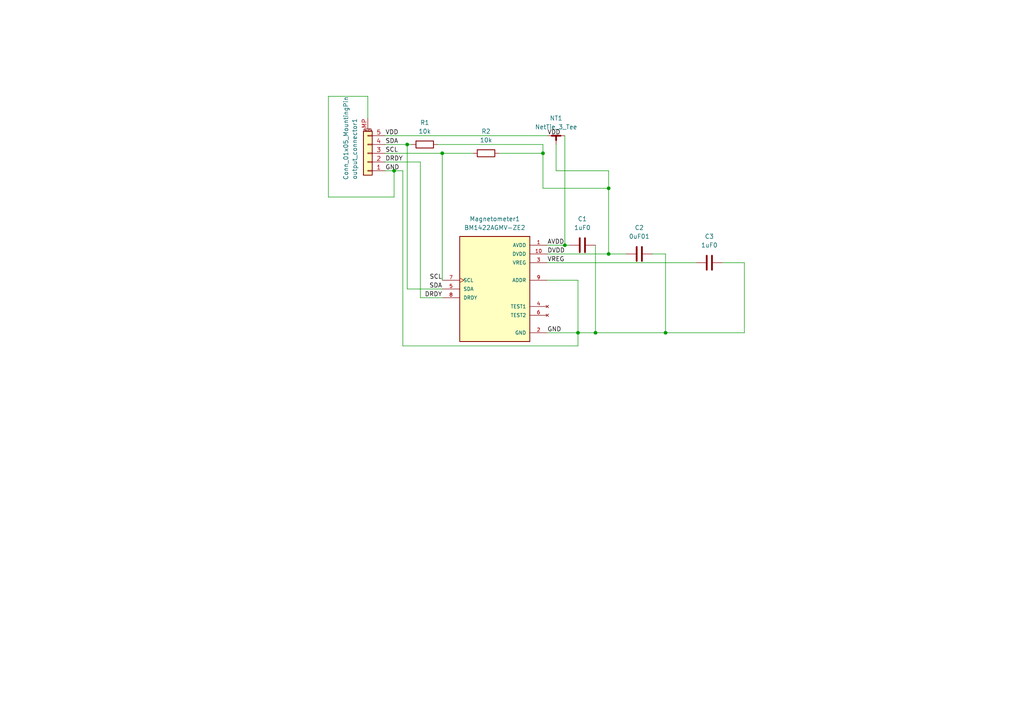
<source format=kicad_sch>
(kicad_sch (version 20211123) (generator eeschema)
  (paper "A4")
  (lib_symbols
    (symbol "BM1422AGMV-ZE2:BM1422AGMV-ZE2" (pin_names (offset 1.016))
      (property "Reference" "U" (at -10.16 17.78 0))
      (property "Value" "BM1422AGMV-ZE2" (at -10.16 -17.78 0))
      (symbol "BM1422AGMV-ZE2_0_0"
        (rectangle (start -10.16 -15.24) (end 10.16 15.24) (stroke (width 0.254)) (fill (type background)))
        (pin power_in line (at 15.24 12.7 180) (length 5.08) (name "AVDD") (number "1"))
        (pin power_in line (at 15.24 10.16 180) (length 5.08) (name "DVDD") (number "10"))
        (pin power_in line (at 15.24 -12.7 180) (length 5.08) (name "GND") (number "2"))
        (pin power_in line (at 15.24 7.62 180) (length 5.08) (name "VREG") (number "3"))
        (pin no_connect line (at 15.24 -5.08 180) (length 5.08) (name "TEST1") (number "4"))
        (pin bidirectional line (at -15.24 0 0) (length 5.08) (name "SDA") (number "5"))
        (pin no_connect line (at 15.24 -7.62 180) (length 5.08) (name "TEST2") (number "6"))
        (pin input clock (at -15.24 2.54 0) (length 5.08) (name "SCL") (number "7"))
        (pin output line (at -15.24 -2.54 0) (length 5.08) (name "DRDY") (number "8"))
        (pin bidirectional line (at 15.24 2.54 180) (length 5.08) (name "ADDR") (number "9"))
      )
    )
    (symbol "Connector_Generic_MountingPin:Conn_01x05_MountingPin" (pin_names (offset 1.016) hide)
      (property "Reference" "J" (at 0 7.62 0))
      (property "Value" "Conn_01x05_MountingPin" (at 1.27 -7.62 0))
      (symbol "Conn_01x05_MountingPin_1_1"
        (rectangle (start -1.27 -4.953) (end 0 -5.207) (stroke (width 0.1524)))
        (rectangle (start -1.27 -2.413) (end 0 -2.667) (stroke (width 0.1524)))
        (rectangle (start -1.27 0.127) (end 0 -0.127) (stroke (width 0.1524)))
        (rectangle (start -1.27 2.667) (end 0 2.413) (stroke (width 0.1524)))
        (rectangle (start -1.27 5.207) (end 0 4.953) (stroke (width 0.1524)))
        (rectangle (start -1.27 6.35) (end 1.27 -6.35) (stroke (width 0.254)) (fill (type background)))
        (polyline (pts (xy -1.016 -7.112) (xy 1.016 -7.112)) (stroke (width 0.1524)))
        (text "Mounting" (at 0 -6.731 0) (effects (font (size 0.381 0.381))))
        (pin passive line (at -5.08 5.08 0) (length 3.81) (name "Pin_1") (number "1"))
        (pin passive line (at -5.08 2.54 0) (length 3.81) (name "Pin_2") (number "2"))
        (pin passive line (at -5.08 0 0) (length 3.81) (name "Pin_3") (number "3"))
        (pin passive line (at -5.08 -2.54 0) (length 3.81) (name "Pin_4") (number "4"))
        (pin passive line (at -5.08 -5.08 0) (length 3.81) (name "Pin_5") (number "5"))
        (pin passive line (at 0 -10.16 90) (length 3.048) (name "MountPin") (number "MP"))
      )
    )
    (symbol "Device:C" (pin_numbers hide) (pin_names (offset 0.254))
      (property "Reference" "C" (at 0.635 2.54 0))
      (property "Value" "C" (at 0.635 -2.54 0))
      (symbol "C_0_1"
        (polyline (pts (xy -2.032 -0.762) (xy 2.032 -0.762)) (stroke (width 0.508)))
        (polyline (pts (xy -2.032 0.762) (xy 2.032 0.762)) (stroke (width 0.508)))
      )
      (symbol "C_1_1"
        (pin passive line (at 0 3.81 270) (length 2.794) (name "~") (number "1"))
        (pin passive line (at 0 -3.81 90) (length 2.794) (name "~") (number "2"))
      )
    )
    (symbol "Device:NetTie_3_Tee" (pin_numbers hide) (pin_names (offset 0) hide)
      (property "Reference" "NT" (at 0 3.175 0))
      (property "Value" "NetTie_3_Tee" (at 0 1.27 0))
      (symbol "NetTie_3_Tee_0_1"
        (polyline (pts (xy -1.27 0) (xy 1.27 0)) (stroke (width 0.254)))
        (polyline (pts (xy -1.27 0) (xy 1.27 0)) (stroke (width 0.508)))
        (polyline (pts (xy 0 -2.54) (xy 0 -2.54)) (stroke (width 0.254)))
        (polyline (pts (xy 0 -1.27) (xy 0 0)) (stroke (width 0.508)))
      )
      (symbol "NetTie_3_Tee_1_1"
        (pin passive line (at -2.54 0 0) (length 2.54) (name "1") (number "1"))
        (pin passive line (at 2.54 0 180) (length 2.54) (name "2") (number "2"))
        (pin passive line (at 0 -2.54 90) (length 2.54) (name "3") (number "3"))
      )
    )
    (symbol "Device:R" (pin_numbers hide) (pin_names (offset 0))
      (property "Reference" "R" (at 2.032 0 90))
      (property "Value" "R" (at 0 0 90))
      (symbol "R_0_1"
        (rectangle (start -1.016 -2.54) (end 1.016 2.54) (stroke (width 0.254)))
      )
      (symbol "R_1_1"
        (pin passive line (at 0 3.81 270) (length 1.27) (name "~") (number "1"))
        (pin passive line (at 0 -3.81 90) (length 1.27) (name "~") (number "2"))
      )
    )
  )
  (junction (at 172.72 96.52))
  (junction (at 193.04 96.52))
  (junction (at 167.64 96.52))
  (junction (at 157.48 44.45))
  (junction (at 118.11 41.91))
  (junction (at 114.3 49.53))
  (junction (at 176.53 73.66))
  (junction (at 163.83 71.12))
  (junction (at 128.27 44.45))
  (junction (at 176.53 54.61))
  (wire (pts (xy 157.48 44.45) (xy 157.48 54.61)))
  (wire (pts (xy 111.76 39.37) (xy 158.75 39.37)))
  (wire (pts (xy 118.11 41.91) (xy 118.11 83.82)))
  (wire (pts (xy 161.29 49.53) (xy 176.53 49.53)))
  (wire (pts (xy 163.83 39.37) (xy 163.83 71.12)))
  (wire (pts (xy 215.9 76.2) (xy 215.9 96.52)))
  (wire (pts (xy 158.75 73.66) (xy 176.53 73.66)))
  (wire (pts (xy 118.11 83.82) (xy 128.27 83.82)))
  (wire (pts (xy 106.68 27.94) (xy 95.25 27.94)))
  (wire (pts (xy 114.3 57.15) (xy 114.3 49.53)))
  (wire (pts (xy 189.23 73.66) (xy 193.04 73.66)))
  (wire (pts (xy 193.04 96.52) (xy 215.9 96.52)))
  (wire (pts (xy 127 41.91) (xy 157.48 41.91)))
  (wire (pts (xy 158.75 71.12) (xy 163.83 71.12)))
  (wire (pts (xy 116.84 49.53) (xy 116.84 100.33)))
  (wire (pts (xy 158.75 76.2) (xy 201.93 76.2)))
  (wire (pts (xy 118.11 41.91) (xy 119.38 41.91)))
  (wire (pts (xy 116.84 100.33) (xy 167.64 100.33)))
  (wire (pts (xy 167.64 96.52) (xy 167.64 81.28)))
  (wire (pts (xy 111.76 44.45) (xy 128.27 44.45)))
  (wire (pts (xy 161.29 41.91) (xy 161.29 49.53)))
  (wire (pts (xy 167.64 100.33) (xy 167.64 96.52)))
  (wire (pts (xy 144.78 44.45) (xy 157.48 44.45)))
  (wire (pts (xy 128.27 44.45) (xy 137.16 44.45)))
  (wire (pts (xy 172.72 71.12) (xy 172.72 96.52)))
  (wire (pts (xy 95.25 27.94) (xy 95.25 57.15)))
  (wire (pts (xy 157.48 41.91) (xy 157.48 44.45)))
  (wire (pts (xy 158.75 96.52) (xy 167.64 96.52)))
  (wire (pts (xy 163.83 71.12) (xy 165.1 71.12)))
  (wire (pts (xy 111.76 46.99) (xy 121.92 46.99)))
  (wire (pts (xy 176.53 49.53) (xy 176.53 54.61)))
  (wire (pts (xy 111.76 49.53) (xy 114.3 49.53)))
  (wire (pts (xy 158.75 81.28) (xy 167.64 81.28)))
  (wire (pts (xy 121.92 46.99) (xy 121.92 86.36)))
  (wire (pts (xy 106.68 34.29) (xy 106.68 27.94)))
  (wire (pts (xy 95.25 57.15) (xy 114.3 57.15)))
  (wire (pts (xy 193.04 73.66) (xy 193.04 96.52)))
  (wire (pts (xy 167.64 96.52) (xy 172.72 96.52)))
  (wire (pts (xy 172.72 96.52) (xy 193.04 96.52)))
  (wire (pts (xy 121.92 86.36) (xy 128.27 86.36)))
  (wire (pts (xy 157.48 54.61) (xy 176.53 54.61)))
  (wire (pts (xy 176.53 73.66) (xy 181.61 73.66)))
  (wire (pts (xy 114.3 49.53) (xy 116.84 49.53)))
  (wire (pts (xy 111.76 41.91) (xy 118.11 41.91)))
  (wire (pts (xy 176.53 54.61) (xy 176.53 73.66)))
  (wire (pts (xy 128.27 81.28) (xy 128.27 44.45)))
  (wire (pts (xy 209.55 76.2) (xy 215.9 76.2)))
  (label "SDA" (at 111.76 41.91 0))
  (label "VDD" (at 111.76 39.37 0))
  (label "GND" (at 111.76 49.53 0))
  (label "VDD" (at 158.75 39.37 0))
  (label "GND" (at 158.75 96.52 0))
  (label "AVDD" (at 158.75 71.12 0))
  (label "DRDY" (at 111.76 46.99 0))
  (label "DVDD" (at 158.75 73.66 0))
  (label "DRDY" (at 128.27 86.36 180))
  (label "SCL" (at 128.27 81.28 180))
  (label "VREG" (at 158.75 76.2 0))
  (label "SDA" (at 128.27 83.82 180))
  (label "SCL" (at 111.76 44.45 0))
  (symbol (lib_id "BM1422AGMV-ZE2:BM1422AGMV-ZE2") (at 143.51 83.82 0) (unit 1)
    (property "Reference" "Magnetometer1" (at 143.51 63.5 0))
    (property "Value" "BM1422AGMV-ZE2" (at 143.51 66.04 0))
    (property "Footprint" "PQFN45P200X200X100-10N" (effects hide))
    (property "STANDARD" "IPC-7351B" (effects hide))
    (property "MANUFACTURER" "ROHM SEMICONDUCTOR" (effects hide))
    (property "PARTREV" "001" (effects hide))
    (property "MAXIMUM_PACKAGE_HEIGHT" "1mm" (effects hide))
  )
  (symbol (lib_id "Device:C") (at 185.42 73.66 90) (unit 1)
    (property "Reference" "C2" (at 185.42 66.04 90))
    (property "Value" "0uF01" (at 185.42 68.58 90))
    (property "Footprint" "Capacitor_SMD:C_0603_1608Metric" (effects hide))
  )
  (symbol (lib_id "Device:C") (at 168.91 71.12 90) (unit 1)
    (property "Reference" "C1" (at 168.91 63.5 90))
    (property "Value" "1uF0" (at 168.91 66.04 90))
    (property "Footprint" "Capacitor_SMD:C_0603_1608Metric" (effects hide))
  )
  (symbol (lib_id "Device:R") (at 140.97 44.45 90) (unit 1)
    (property "Reference" "R2" (at 140.97 38.1 90))
    (property "Value" "10k" (at 140.97 40.64 90))
    (property "Footprint" "Resistor_SMD:R_0603_1608Metric" (effects hide))
  )
  (symbol (lib_id "Connector_Generic_MountingPin:Conn_01x05_MountingPin") (at 106.68 44.45 180) (unit 1)
    (property "Reference" "output_connector1" (at 102.87 34.29 90) (effects (justify left)))
    (property "Value" "Conn_01x05_MountingPin" (at 100.33 27.94 90) (effects (justify left)))
    (property "Footprint" "Connector_PinHeader_2.54mm:PinHeader_1x05_P2.54mm_Horizontal" (effects hide))
  )
  (symbol (lib_id "Device:C") (at 205.74 76.2 90) (unit 1)
    (property "Reference" "C3" (at 205.74 68.58 90))
    (property "Value" "1uF0" (at 205.74 71.12 90))
    (property "Footprint" "Capacitor_SMD:C_0603_1608Metric" (effects hide))
  )
  (symbol (lib_id "Device:R") (at 123.19 41.91 90) (unit 1)
    (property "Reference" "R1" (at 123.19 35.56 90))
    (property "Value" "10k" (at 123.19 38.1 90))
    (property "Footprint" "Resistor_SMD:R_0603_1608Metric" (effects hide))
  )
  (symbol (lib_id "Device:NetTie_3_Tee") (at 161.29 39.37 0) (unit 1)
    (property "Reference" "NT1" (at 161.29 34.29 0))
    (property "Value" "NetTie_3_Tee" (at 161.29 36.83 0))
    (property "Footprint" "NetTie:NetTie-3_SMD_Pad0.5mm" (effects hide))
  )
)
</source>
